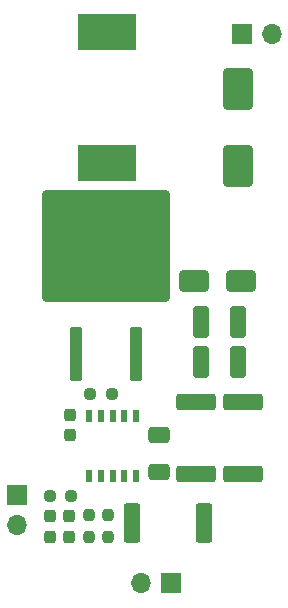
<source format=gts>
G04 #@! TF.GenerationSoftware,KiCad,Pcbnew,8.0.0*
G04 #@! TF.CreationDate,2024-02-29T15:27:24+11:00*
G04 #@! TF.ProjectId,GingerLight,47696e67-6572-44c6-9967-68742e6b6963,rev?*
G04 #@! TF.SameCoordinates,Original*
G04 #@! TF.FileFunction,Soldermask,Top*
G04 #@! TF.FilePolarity,Negative*
%FSLAX46Y46*%
G04 Gerber Fmt 4.6, Leading zero omitted, Abs format (unit mm)*
G04 Created by KiCad (PCBNEW 8.0.0) date 2024-02-29 15:27:24*
%MOMM*%
%LPD*%
G01*
G04 APERTURE LIST*
G04 Aperture macros list*
%AMRoundRect*
0 Rectangle with rounded corners*
0 $1 Rounding radius*
0 $2 $3 $4 $5 $6 $7 $8 $9 X,Y pos of 4 corners*
0 Add a 4 corners polygon primitive as box body*
4,1,4,$2,$3,$4,$5,$6,$7,$8,$9,$2,$3,0*
0 Add four circle primitives for the rounded corners*
1,1,$1+$1,$2,$3*
1,1,$1+$1,$4,$5*
1,1,$1+$1,$6,$7*
1,1,$1+$1,$8,$9*
0 Add four rect primitives between the rounded corners*
20,1,$1+$1,$2,$3,$4,$5,0*
20,1,$1+$1,$4,$5,$6,$7,0*
20,1,$1+$1,$6,$7,$8,$9,0*
20,1,$1+$1,$8,$9,$2,$3,0*%
G04 Aperture macros list end*
%ADD10RoundRect,0.249999X-1.425001X0.450001X-1.425001X-0.450001X1.425001X-0.450001X1.425001X0.450001X0*%
%ADD11RoundRect,0.250000X0.300000X-2.050000X0.300000X2.050000X-0.300000X2.050000X-0.300000X-2.050000X0*%
%ADD12RoundRect,0.250002X5.149998X-4.449998X5.149998X4.449998X-5.149998X4.449998X-5.149998X-4.449998X0*%
%ADD13RoundRect,0.237500X0.250000X0.237500X-0.250000X0.237500X-0.250000X-0.237500X0.250000X-0.237500X0*%
%ADD14RoundRect,0.250000X0.412500X1.100000X-0.412500X1.100000X-0.412500X-1.100000X0.412500X-1.100000X0*%
%ADD15R,0.510000X1.100000*%
%ADD16R,1.700000X1.700000*%
%ADD17O,1.700000X1.700000*%
%ADD18RoundRect,0.250000X-1.000000X1.500000X-1.000000X-1.500000X1.000000X-1.500000X1.000000X1.500000X0*%
%ADD19RoundRect,0.237500X-0.237500X0.300000X-0.237500X-0.300000X0.237500X-0.300000X0.237500X0.300000X0*%
%ADD20RoundRect,0.237500X0.237500X-0.250000X0.237500X0.250000X-0.237500X0.250000X-0.237500X-0.250000X0*%
%ADD21RoundRect,0.250000X1.000000X0.650000X-1.000000X0.650000X-1.000000X-0.650000X1.000000X-0.650000X0*%
%ADD22RoundRect,0.237500X-0.237500X0.250000X-0.237500X-0.250000X0.237500X-0.250000X0.237500X0.250000X0*%
%ADD23R,5.000000X3.100000*%
%ADD24RoundRect,0.237500X-0.250000X-0.237500X0.250000X-0.237500X0.250000X0.237500X-0.250000X0.237500X0*%
%ADD25RoundRect,0.250000X-0.650000X0.412500X-0.650000X-0.412500X0.650000X-0.412500X0.650000X0.412500X0*%
%ADD26RoundRect,0.249999X0.450001X1.425001X-0.450001X1.425001X-0.450001X-1.425001X0.450001X-1.425001X0*%
G04 APERTURE END LIST*
D10*
G04 #@! TO.C,R502*
X158500000Y-120650000D03*
X158500000Y-126750000D03*
G04 #@! TD*
D11*
G04 #@! TO.C,Q1*
X144435000Y-116575000D03*
D12*
X146975000Y-107425000D03*
D11*
X149515000Y-116575000D03*
G04 #@! TD*
D13*
G04 #@! TO.C,R3*
X144002500Y-128627500D03*
X142177500Y-128627500D03*
G04 #@! TD*
D14*
G04 #@! TO.C,C202*
X158092500Y-113860000D03*
X154967500Y-113860000D03*
G04 #@! TD*
D15*
G04 #@! TO.C,U1*
X145500000Y-126950000D03*
X146500000Y-126950000D03*
X147500000Y-126950000D03*
X148500000Y-126950000D03*
X149500000Y-126950000D03*
X149500000Y-121850000D03*
X148500000Y-121850000D03*
X147500000Y-121850000D03*
X146500000Y-121850000D03*
X145500000Y-121850000D03*
G04 #@! TD*
D16*
G04 #@! TO.C,J3*
X139400000Y-128515000D03*
D17*
X139400000Y-131055000D03*
G04 #@! TD*
D14*
G04 #@! TO.C,C201*
X158092500Y-117230000D03*
X154967500Y-117230000D03*
G04 #@! TD*
D16*
G04 #@! TO.C,J2*
X152445000Y-136020000D03*
D17*
X149905000Y-136020000D03*
G04 #@! TD*
D18*
G04 #@! TO.C,C1*
X158100000Y-94192500D03*
X158100000Y-100692500D03*
G04 #@! TD*
D19*
G04 #@! TO.C,C302*
X142190000Y-130327500D03*
X142190000Y-132052500D03*
G04 #@! TD*
D20*
G04 #@! TO.C,R1*
X147100000Y-132082500D03*
X147100000Y-130257500D03*
G04 #@! TD*
D21*
G04 #@! TO.C,D1*
X158400000Y-110400000D03*
X154400000Y-110400000D03*
G04 #@! TD*
D22*
G04 #@! TO.C,R2*
X145510000Y-130257500D03*
X145510000Y-132082500D03*
G04 #@! TD*
D19*
G04 #@! TO.C,C301*
X143790000Y-130327500D03*
X143790000Y-132052500D03*
G04 #@! TD*
D23*
G04 #@! TO.C,L1*
X147000000Y-89350000D03*
X147000000Y-100450000D03*
G04 #@! TD*
D10*
G04 #@! TO.C,R501*
X154590000Y-120650000D03*
X154590000Y-126750000D03*
G04 #@! TD*
D24*
G04 #@! TO.C,R4*
X145587500Y-120000000D03*
X147412500Y-120000000D03*
G04 #@! TD*
D19*
G04 #@! TO.C,C5*
X143900000Y-121750000D03*
X143900000Y-123475000D03*
G04 #@! TD*
D25*
G04 #@! TO.C,C4*
X151440000Y-123440000D03*
X151440000Y-126565000D03*
G04 #@! TD*
D16*
G04 #@! TO.C,J1*
X158425000Y-89500000D03*
D17*
X160965000Y-89500000D03*
G04 #@! TD*
D26*
G04 #@! TO.C,R6*
X155270000Y-130940000D03*
X149170000Y-130940000D03*
G04 #@! TD*
M02*

</source>
